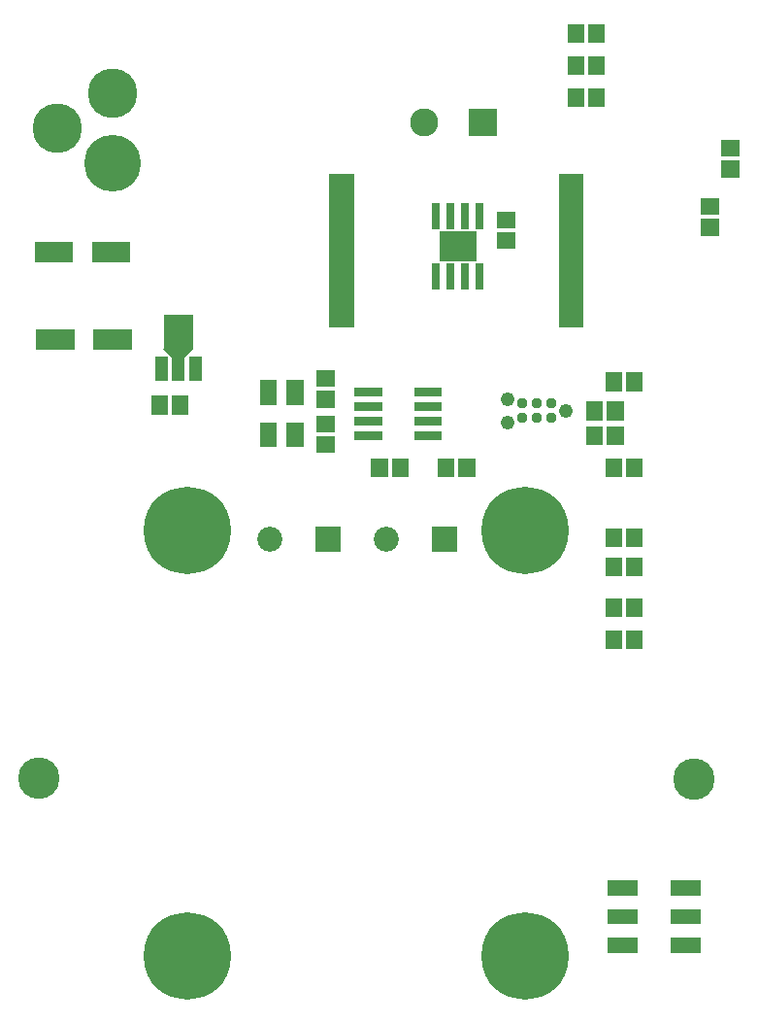
<source format=gbr>
G04 start of page 7 for group -4063 idx -4063 *
G04 Title: (unknown), componentmask *
G04 Creator: pcb 4.0.2 *
G04 CreationDate: Mon Feb 22 18:13:25 2021 UTC *
G04 For: ndholmes *
G04 Format: Gerber/RS-274X *
G04 PCB-Dimensions (mil): 2600.00 3500.00 *
G04 PCB-Coordinate-Origin: lower left *
%MOIN*%
%FSLAX25Y25*%
%LNTOPMASK*%
%ADD69C,0.0370*%
%ADD68C,0.0860*%
%ADD67C,0.2997*%
%ADD66C,0.1420*%
%ADD65C,0.1700*%
%ADD64C,0.1950*%
%ADD63C,0.0960*%
%ADD62C,0.0001*%
%ADD61C,0.0490*%
G54D61*X196000Y211000D03*
X176000Y207000D03*
Y215000D03*
G54D62*G36*
X162700Y314800D02*Y305200D01*
X172300D01*
Y314800D01*
X162700D01*
G37*
G54D63*X147500Y310000D03*
G54D64*X40500Y296000D03*
G54D65*Y320000D03*
X21500Y308000D03*
G54D66*X15000Y85000D03*
G54D67*X66000Y170000D03*
G54D66*X240000Y84500D03*
G54D67*X182000Y24000D03*
X66000D03*
X182000Y170000D03*
G54D62*G36*
X150200Y171300D02*Y162700D01*
X158800D01*
Y171300D01*
X150200D01*
G37*
G54D68*X134500Y167000D03*
G54D62*G36*
X110200Y171300D02*Y162700D01*
X118800D01*
Y171300D01*
X110200D01*
G37*
G54D68*X94500Y167000D03*
G54D62*G36*
X210500Y30300D02*Y25100D01*
X220850D01*
Y30300D01*
X210500D01*
G37*
G36*
X232150D02*Y25100D01*
X242500D01*
Y30300D01*
X232150D01*
G37*
G36*
X210500Y40100D02*Y34900D01*
X220850D01*
Y40100D01*
X210500D01*
G37*
G36*
X232150D02*Y34900D01*
X242500D01*
Y40100D01*
X232150D01*
G37*
G36*
X210500Y49900D02*Y44700D01*
X220850D01*
Y49900D01*
X210500D01*
G37*
G36*
X232150D02*Y44700D01*
X242500D01*
Y49900D01*
X232150D01*
G37*
G36*
X215316Y146752D02*X209598D01*
Y140248D01*
X215316D01*
Y146752D01*
G37*
G36*
Y135752D02*X209598D01*
Y129248D01*
X215316D01*
Y135752D01*
G37*
G36*
Y160752D02*X209598D01*
Y154248D01*
X215316D01*
Y160752D01*
G37*
G36*
X222402Y146752D02*X216684D01*
Y140248D01*
X222402D01*
Y146752D01*
G37*
G36*
Y135752D02*X216684D01*
Y129248D01*
X222402D01*
Y135752D01*
G37*
G36*
Y160752D02*X216684D01*
Y154248D01*
X222402D01*
Y160752D01*
G37*
G36*
X215316Y170752D02*X209598D01*
Y164248D01*
X215316D01*
Y170752D01*
G37*
G36*
X222402D02*X216684D01*
Y164248D01*
X222402D01*
Y170752D01*
G37*
G36*
X172248Y272316D02*Y266598D01*
X178752D01*
Y272316D01*
X172248D01*
G37*
G36*
X202170Y292300D02*X193570D01*
Y239700D01*
X202170D01*
Y292300D01*
G37*
G36*
X162800Y261800D02*X160200D01*
Y252700D01*
X162800D01*
Y261800D01*
G37*
G36*
X167800D02*X165200D01*
Y252700D01*
X167800D01*
Y261800D01*
G37*
G36*
Y282300D02*X165200D01*
Y273200D01*
X167800D01*
Y282300D01*
G37*
G36*
X172248Y279402D02*Y273684D01*
X178752D01*
Y279402D01*
X172248D01*
G37*
G36*
X123430Y292300D02*X114830D01*
Y239700D01*
X123430D01*
Y292300D01*
G37*
G36*
X152800Y261800D02*X150200D01*
Y252700D01*
X152800D01*
Y261800D01*
G37*
G36*
X157800D02*X155200D01*
Y252700D01*
X157800D01*
Y261800D01*
G37*
G36*
X152800Y282300D02*X150200D01*
Y273200D01*
X152800D01*
Y282300D01*
G37*
G36*
X162800D02*X160200D01*
Y273200D01*
X162800D01*
Y282300D01*
G37*
G36*
X157800D02*X155200D01*
Y273200D01*
X157800D01*
Y282300D01*
G37*
G36*
X152895Y272525D02*Y262475D01*
X165105D01*
Y272525D01*
X152895D01*
G37*
G36*
X152595D02*Y262475D01*
X165405D01*
Y272525D01*
X152595D01*
G37*
G36*
X59284Y229800D02*X54904D01*
Y221326D01*
X59284D01*
Y229800D01*
G37*
G36*
X65190Y237516D02*X60810D01*
Y221326D01*
X65190D01*
Y237516D01*
G37*
G36*
X68025Y243975D02*X57975D01*
Y232035D01*
X68025D01*
Y243975D01*
G37*
G36*
X59695Y234179D02*X57851Y232335D01*
X61115Y229071D01*
X62959Y230915D01*
X59695Y234179D01*
G37*
G36*
X68149Y232335D02*X66305Y234179D01*
X63041Y230915D01*
X64885Y229071D01*
X68149Y232335D01*
G37*
G36*
X71096Y229800D02*X66716D01*
Y221326D01*
X71096D01*
Y229800D01*
G37*
G36*
X13558Y268950D02*Y262050D01*
X26757D01*
Y268950D01*
X13558D01*
G37*
G36*
X33243D02*Y262050D01*
X46442D01*
Y268950D01*
X33243D01*
G37*
G36*
X14058Y238950D02*Y232050D01*
X27257D01*
Y238950D01*
X14058D01*
G37*
G36*
X33743D02*Y232050D01*
X46942D01*
Y238950D01*
X33743D01*
G37*
G36*
X59273Y216252D02*X53555D01*
Y209748D01*
X59273D01*
Y216252D01*
G37*
G36*
X66359D02*X60641D01*
Y209748D01*
X66359D01*
Y216252D01*
G37*
G36*
X222402Y194752D02*X216684D01*
Y188248D01*
X222402D01*
Y194752D01*
G37*
G36*
X215316D02*X209598D01*
Y188248D01*
X215316D01*
Y194752D01*
G37*
G36*
X215902Y205752D02*X210184D01*
Y199248D01*
X215902D01*
Y205752D01*
G37*
G36*
X208816D02*X203098D01*
Y199248D01*
X208816D01*
Y205752D01*
G37*
G36*
X215902Y214252D02*X210184D01*
Y207748D01*
X215902D01*
Y214252D01*
G37*
G36*
X208816D02*X203098D01*
Y207748D01*
X208816D01*
Y214252D01*
G37*
G36*
X215359Y224252D02*X209641D01*
Y217748D01*
X215359D01*
Y224252D01*
G37*
G36*
X222445D02*X216727D01*
Y217748D01*
X222445D01*
Y224252D01*
G37*
G54D69*X191000Y213500D03*
Y208500D03*
X186000Y213500D03*
Y208500D03*
X181000D03*
Y213500D03*
G54D62*G36*
X242248Y283902D02*Y278184D01*
X248752D01*
Y283902D01*
X242248D01*
G37*
G36*
Y276816D02*Y271098D01*
X248752D01*
Y276816D01*
X242248D01*
G37*
G36*
X202316Y343752D02*X196598D01*
Y337248D01*
X202316D01*
Y343752D01*
G37*
G36*
X209402D02*X203684D01*
Y337248D01*
X209402D01*
Y343752D01*
G37*
G36*
X202273Y332752D02*X196555D01*
Y326248D01*
X202273D01*
Y332752D01*
G37*
G36*
X209359D02*X203641D01*
Y326248D01*
X209359D01*
Y332752D01*
G37*
G36*
X202316Y321752D02*X196598D01*
Y315248D01*
X202316D01*
Y321752D01*
G37*
G36*
X209402D02*X203684D01*
Y315248D01*
X209402D01*
Y321752D01*
G37*
G36*
X249248Y303902D02*Y298184D01*
X255752D01*
Y303902D01*
X249248D01*
G37*
G36*
Y296816D02*Y291098D01*
X255752D01*
Y296816D01*
X249248D01*
G37*
G36*
X141988Y194752D02*X136270D01*
Y188248D01*
X141988D01*
Y194752D01*
G37*
G36*
X134902D02*X129184D01*
Y188248D01*
X134902D01*
Y194752D01*
G37*
G36*
X157816Y194709D02*X152098D01*
Y188205D01*
X157816D01*
Y194709D01*
G37*
G36*
X164902D02*X159184D01*
Y188205D01*
X164902D01*
Y194709D01*
G37*
G36*
X110248Y209402D02*Y203684D01*
X116752D01*
Y209402D01*
X110248D01*
G37*
G36*
Y202316D02*Y196598D01*
X116752D01*
Y202316D01*
X110248D01*
G37*
G36*
X105887Y206953D02*X100169D01*
Y198480D01*
X105887D01*
Y206953D01*
G37*
G36*
X110248Y217816D02*Y212098D01*
X116752D01*
Y217816D01*
X110248D01*
G37*
G36*
Y224902D02*Y219184D01*
X116752D01*
Y224902D01*
X110248D01*
G37*
G36*
X123500Y219000D02*Y216000D01*
X133000D01*
Y219000D01*
X123500D01*
G37*
G36*
Y214000D02*Y211000D01*
X133000D01*
Y214000D01*
X123500D01*
G37*
G36*
Y209000D02*Y206000D01*
X133000D01*
Y209000D01*
X123500D01*
G37*
G36*
X105887Y221520D02*X100169D01*
Y213047D01*
X105887D01*
Y221520D01*
G37*
G36*
X123500Y204000D02*Y201000D01*
X133000D01*
Y204000D01*
X123500D01*
G37*
G36*
X144000D02*Y201000D01*
X153500D01*
Y204000D01*
X144000D01*
G37*
G36*
Y209000D02*Y206000D01*
X153500D01*
Y209000D01*
X144000D01*
G37*
G36*
Y214000D02*Y211000D01*
X153500D01*
Y214000D01*
X144000D01*
G37*
G36*
Y219000D02*Y216000D01*
X153500D01*
Y219000D01*
X144000D01*
G37*
G36*
X96831Y221520D02*X91113D01*
Y213047D01*
X96831D01*
Y221520D01*
G37*
G36*
Y206953D02*X91113D01*
Y198480D01*
X96831D01*
Y206953D01*
G37*
M02*

</source>
